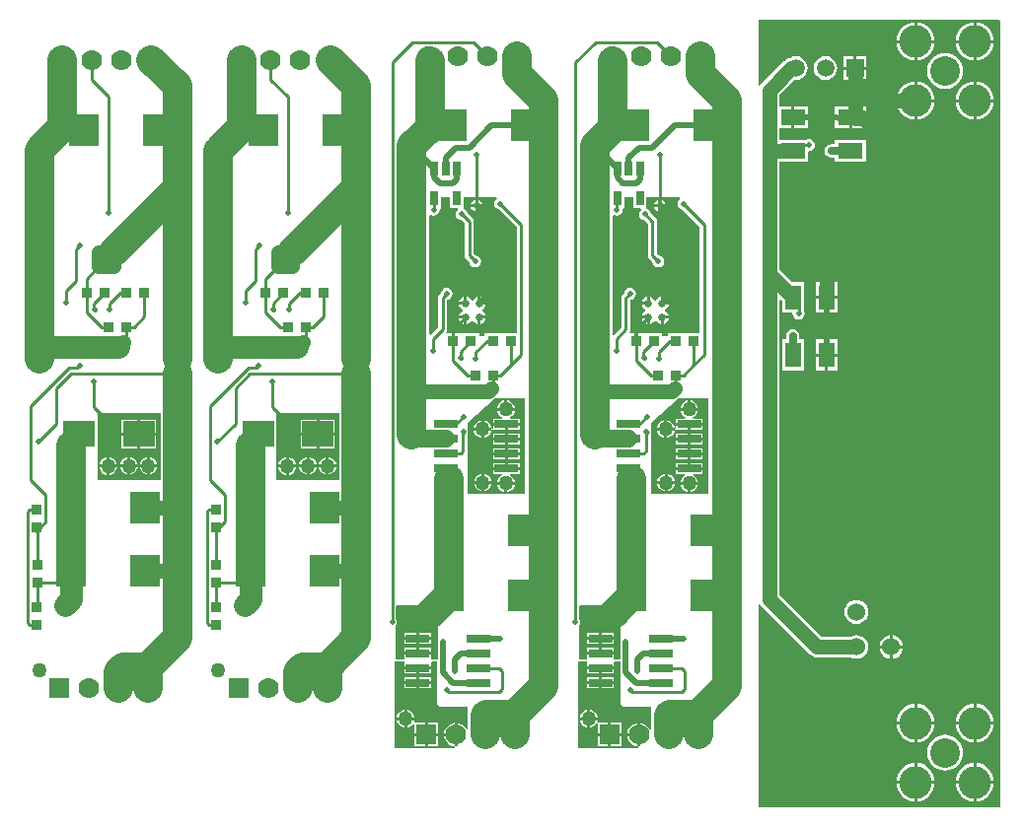
<source format=gbl>
%FSLAX24Y24*%
%MOIN*%
G70*
G01*
G75*
G04 Layer_Physical_Order=2*
G04 Layer_Color=16711680*
%ADD10R,0.0140X0.0400*%
%ADD11R,0.0450X0.0600*%
%ADD12R,0.0320X0.0360*%
%ADD13R,0.0394X0.1063*%
%ADD14R,0.0394X0.1063*%
%ADD15R,0.1004X0.1063*%
%ADD16R,0.0360X0.0320*%
%ADD17R,0.0260X0.0800*%
%ADD18O,0.0138X0.0669*%
%ADD19R,0.1063X0.1102*%
%ADD20C,0.1000*%
%ADD21C,0.0500*%
%ADD22C,0.0200*%
%ADD23C,0.0100*%
%ADD24C,0.0750*%
%ADD25R,0.0260X0.0500*%
%ADD26R,0.1063X0.0866*%
%ADD27C,0.0600*%
%ADD28R,0.0394X0.0394*%
%ADD29R,0.1028X0.0339*%
%ADD30R,0.0650X0.0701*%
%ADD31R,0.1402X0.1799*%
%ADD32R,0.0598X0.0598*%
%ADD33R,0.0385X0.0520*%
%ADD34R,0.0520X0.0385*%
%ADD35R,0.0846X0.0532*%
%ADD36R,0.0532X0.0846*%
%ADD37R,0.0400X0.0140*%
%ADD38R,0.0700X0.0700*%
%ADD39C,0.0700*%
%ADD40C,0.0200*%
%ADD41C,0.0280*%
%ADD42C,0.0500*%
%ADD43C,0.0260*%
%ADD44C,0.1000*%
%ADD45C,0.1100*%
%ADD46C,0.0600*%
%ADD47C,0.0591*%
%ADD48R,0.0591X0.0591*%
%ADD49C,0.0252*%
%ADD50C,0.1024*%
%ADD51R,0.0800X0.0260*%
%ADD52C,0.0400*%
%ADD53C,0.0250*%
G36*
X20100Y24080D02*
Y26330D01*
X22245D01*
Y24080D01*
X20100D01*
D02*
G37*
%LPC*%
G36*
X21120Y24600D02*
Y24846D01*
X21092Y24842D01*
X21019Y24812D01*
X20956Y24764D01*
X20908Y24701D01*
X20878Y24628D01*
X20874Y24600D01*
X21120D01*
D02*
G37*
G36*
Y24254D02*
Y24500D01*
X20874D01*
X20878Y24472D01*
X20908Y24399D01*
X20956Y24336D01*
X21019Y24288D01*
X21092Y24258D01*
X21120Y24254D01*
D02*
G37*
G36*
X21450Y25680D02*
Y26113D01*
X20919D01*
Y25680D01*
X21450D01*
D02*
G37*
G36*
X20766Y24490D02*
X20520D01*
Y24244D01*
X20548Y24248D01*
X20621Y24278D01*
X20684Y24326D01*
X20732Y24389D01*
X20762Y24462D01*
X20766Y24490D01*
D02*
G37*
G36*
X20420Y24590D02*
Y24836D01*
X20392Y24832D01*
X20319Y24802D01*
X20256Y24754D01*
X20208Y24691D01*
X20178Y24618D01*
X20174Y24590D01*
X20420D01*
D02*
G37*
G36*
Y24244D02*
Y24490D01*
X20174D01*
X20178Y24462D01*
X20208Y24389D01*
X20256Y24326D01*
X20319Y24278D01*
X20392Y24248D01*
X20420Y24244D01*
D02*
G37*
G36*
X20766Y24590D02*
X20762Y24618D01*
X20732Y24691D01*
X20684Y24754D01*
X20621Y24802D01*
X20548Y24832D01*
X20520Y24836D01*
Y24590D01*
X20766D01*
D02*
G37*
G36*
X21450Y25147D02*
Y25580D01*
X20919D01*
Y25147D01*
X21450D01*
D02*
G37*
G36*
X22081D02*
Y25580D01*
X21550D01*
Y25147D01*
X22081D01*
D02*
G37*
G36*
Y25680D02*
Y26113D01*
X21550D01*
Y25680D01*
X22081D01*
D02*
G37*
G36*
X22126Y24500D02*
X21880D01*
Y24254D01*
X21908Y24258D01*
X21981Y24288D01*
X22044Y24336D01*
X22092Y24399D01*
X22122Y24472D01*
X22126Y24500D01*
D02*
G37*
G36*
Y24600D02*
X22122Y24628D01*
X22092Y24701D01*
X22044Y24764D01*
X21981Y24812D01*
X21908Y24842D01*
X21880Y24846D01*
Y24600D01*
X22126D01*
D02*
G37*
G36*
X21466Y24500D02*
X21220D01*
Y24254D01*
X21248Y24258D01*
X21321Y24288D01*
X21384Y24336D01*
X21432Y24399D01*
X21462Y24472D01*
X21466Y24500D01*
D02*
G37*
G36*
Y24600D02*
X21462Y24628D01*
X21432Y24701D01*
X21384Y24764D01*
X21321Y24812D01*
X21248Y24842D01*
X21220Y24846D01*
Y24600D01*
X21466D01*
D02*
G37*
G36*
X21780Y24254D02*
Y24500D01*
X21534D01*
X21538Y24472D01*
X21568Y24399D01*
X21616Y24336D01*
X21679Y24288D01*
X21752Y24258D01*
X21780Y24254D01*
D02*
G37*
G36*
Y24600D02*
Y24846D01*
X21752Y24842D01*
X21679Y24812D01*
X21616Y24764D01*
X21568Y24701D01*
X21538Y24628D01*
X21534Y24600D01*
X21780D01*
D02*
G37*
%LPD*%
G36*
X28490Y23600D02*
X28490Y23600D01*
X28486Y23590D01*
X26590D01*
X26580Y23600D01*
Y26000D01*
X27500Y26850D01*
X28500D01*
Y23610D01*
X28490Y23600D01*
D02*
G37*
G36*
X25472Y18010D02*
X25320D01*
Y18010D01*
Y18030D01*
X25320Y18045D01*
X25320Y18045D01*
X25320D01*
Y18160D01*
X24870D01*
X24420D01*
Y18045D01*
X24385Y18010D01*
X24130D01*
Y19155D01*
X24161Y19201D01*
X24173Y19260D01*
X24161Y19319D01*
X24130Y19365D01*
Y19756D01*
X24169Y19841D01*
X25157D01*
X25167Y19792D01*
X25119Y19772D01*
X25056Y19724D01*
X25008Y19661D01*
X24978Y19588D01*
X24974Y19560D01*
X25270D01*
Y19510D01*
X25320D01*
Y19214D01*
X25348Y19218D01*
X25421Y19248D01*
X25484Y19296D01*
X25532Y19359D01*
X25550Y19355D01*
Y18010D01*
X25472D01*
D02*
G37*
G36*
X27740Y29020D02*
X27740Y29020D01*
X27700Y29020D01*
Y29020D01*
X27140D01*
Y28950D01*
X26950D01*
Y29020D01*
X26390D01*
X26390Y29020D01*
X26350Y29020D01*
Y29020D01*
X26120D01*
Y28760D01*
X26020D01*
Y29020D01*
X25860D01*
X25836Y29064D01*
X25861Y29101D01*
X25873Y29160D01*
Y30167D01*
X25875Y30169D01*
X25938Y30182D01*
X26004Y30226D01*
X26048Y30292D01*
X26064Y30370D01*
X26048Y30448D01*
X26004Y30514D01*
X25938Y30558D01*
X25860Y30574D01*
X25782Y30558D01*
X25716Y30514D01*
X25672Y30448D01*
X25659Y30385D01*
X25612Y30338D01*
X25579Y30289D01*
X25567Y30230D01*
Y29223D01*
X25319Y28975D01*
X25273Y28995D01*
Y33015D01*
X25317Y33038D01*
X25342Y33022D01*
X25420Y33006D01*
X25498Y33022D01*
X25564Y33066D01*
X25608Y33132D01*
X25624Y33210D01*
X25622Y33221D01*
X25653Y33260D01*
X25675D01*
Y33620D01*
X25965D01*
Y33260D01*
X26223D01*
X26238Y33212D01*
X26226Y33204D01*
X26182Y33138D01*
X26166Y33060D01*
X26182Y32982D01*
X26226Y32916D01*
X26292Y32872D01*
X26355Y32859D01*
X26467Y32747D01*
Y31660D01*
X26479Y31601D01*
X26512Y31552D01*
X26619Y31445D01*
X26632Y31382D01*
X26676Y31316D01*
X26742Y31272D01*
X26820Y31256D01*
X26898Y31272D01*
X26964Y31316D01*
X27008Y31382D01*
X27024Y31460D01*
X27008Y31538D01*
X26964Y31604D01*
X26898Y31648D01*
X26835Y31661D01*
X26773Y31723D01*
Y32810D01*
X26763Y32859D01*
X26761Y32869D01*
X26728Y32918D01*
X26571Y33075D01*
X26558Y33138D01*
X26514Y33204D01*
X26448Y33248D01*
X26424Y33253D01*
X26425Y33260D01*
X26425Y33260D01*
X26425Y33260D01*
Y33620D01*
X27538D01*
X27553Y33572D01*
X27526Y33554D01*
X27482Y33488D01*
X27466Y33410D01*
X27482Y33332D01*
X27526Y33266D01*
X27592Y33222D01*
X27655Y33209D01*
X28217Y32647D01*
Y29020D01*
X27740D01*
D02*
G37*
G36*
X26531Y15634D02*
X26519Y15662D01*
X26455Y15745D01*
X26372Y15809D01*
X26274Y15850D01*
X26220Y15857D01*
Y15063D01*
X26170Y15057D01*
X26145Y15060D01*
X26141Y15010D01*
X24110D01*
Y17930D01*
X24420D01*
Y17890D01*
X24420D01*
Y17760D01*
X24870D01*
X25320D01*
Y17890D01*
X25320D01*
Y17895D01*
X25355Y17930D01*
X25543D01*
Y16489D01*
X25564Y16464D01*
X25625Y16389D01*
X26580D01*
Y15644D01*
X26531Y15634D01*
D02*
G37*
%LPC*%
G36*
X25570Y15060D02*
Y15410D01*
X25220D01*
Y15060D01*
X25570D01*
D02*
G37*
G36*
X25320Y17260D02*
Y17390D01*
X24920D01*
Y17260D01*
X25320D01*
D02*
G37*
G36*
X25220Y19214D02*
Y19460D01*
X24974D01*
X24978Y19432D01*
X25008Y19359D01*
X25056Y19296D01*
X25119Y19248D01*
X25192Y19218D01*
X25220Y19214D01*
D02*
G37*
G36*
X25320Y17030D02*
Y17160D01*
X24920D01*
Y17030D01*
X25320D01*
D02*
G37*
G36*
X25570Y15510D02*
Y15860D01*
X25220D01*
Y15510D01*
X25570D01*
D02*
G37*
G36*
X26820Y33410D02*
Y33554D01*
X26792Y33548D01*
X26726Y33504D01*
X26682Y33438D01*
X26676Y33410D01*
X26820D01*
D02*
G37*
G36*
Y33166D02*
Y33310D01*
X26676D01*
X26682Y33282D01*
X26726Y33216D01*
X26792Y33172D01*
X26820Y33166D01*
D02*
G37*
G36*
X27020Y25840D02*
Y26086D01*
X26992Y26082D01*
X26919Y26052D01*
X26856Y26004D01*
X26808Y25941D01*
X26778Y25868D01*
X26774Y25840D01*
X27020D01*
D02*
G37*
G36*
X26434Y29349D02*
Y29524D01*
X26259D01*
X26267Y29484D01*
X26318Y29408D01*
X26394Y29357D01*
X26434Y29349D01*
D02*
G37*
G36*
X26120Y15510D02*
Y15857D01*
X26066Y15850D01*
X25968Y15809D01*
X25885Y15745D01*
X25821Y15662D01*
X25780Y15564D01*
X25773Y15510D01*
X26120D01*
D02*
G37*
G36*
Y15063D02*
Y15410D01*
X25773D01*
X25780Y15356D01*
X25821Y15258D01*
X25885Y15175D01*
X25968Y15111D01*
X26066Y15070D01*
X26120Y15063D01*
D02*
G37*
G36*
X26434Y30096D02*
Y30271D01*
X26394Y30263D01*
X26318Y30212D01*
X26267Y30136D01*
X26259Y30096D01*
X26434D01*
D02*
G37*
G36*
X25320Y17530D02*
Y17660D01*
X24920D01*
Y17530D01*
X25320D01*
D02*
G37*
G36*
X24820Y18260D02*
Y18390D01*
X24420D01*
Y18260D01*
X24820D01*
D02*
G37*
G36*
Y17530D02*
Y17660D01*
X24420D01*
Y17530D01*
X24820D01*
D02*
G37*
G36*
Y17260D02*
Y17390D01*
X24420D01*
Y17260D01*
X24820D01*
D02*
G37*
G36*
Y18530D02*
Y18660D01*
X24420D01*
Y18530D01*
X24820D01*
D02*
G37*
G36*
X24420Y16050D02*
Y16296D01*
X24392Y16292D01*
X24319Y16262D01*
X24256Y16214D01*
X24208Y16151D01*
X24178Y16078D01*
X24174Y16050D01*
X24420D01*
D02*
G37*
G36*
Y15704D02*
Y15950D01*
X24174D01*
X24178Y15922D01*
X24208Y15849D01*
X24256Y15786D01*
X24319Y15738D01*
X24392Y15708D01*
X24420Y15704D01*
D02*
G37*
G36*
X24820Y18760D02*
Y18890D01*
X24420D01*
Y18760D01*
X24820D01*
D02*
G37*
G36*
X25320D02*
Y18890D01*
X24920D01*
Y18760D01*
X25320D01*
D02*
G37*
G36*
Y18530D02*
Y18660D01*
X24920D01*
Y18530D01*
X25320D01*
D02*
G37*
G36*
Y18260D02*
Y18390D01*
X24920D01*
Y18260D01*
X25320D01*
D02*
G37*
G36*
X25120Y15510D02*
Y15860D01*
X24782D01*
D01*
X24776Y15868D01*
D01*
X24754Y15902D01*
X24762Y15922D01*
X24766Y15950D01*
X24520D01*
Y15704D01*
X24548Y15708D01*
X24621Y15738D01*
X24684Y15786D01*
X24723Y15836D01*
X24746Y15829D01*
D01*
X24768Y15821D01*
D01*
X24770Y15820D01*
Y15510D01*
X25120D01*
D02*
G37*
G36*
X24820Y17030D02*
Y17160D01*
X24420D01*
Y17030D01*
X24820D01*
D02*
G37*
G36*
X24766Y16050D02*
X24762Y16078D01*
X24732Y16151D01*
X24684Y16214D01*
X24621Y16262D01*
X24548Y16292D01*
X24520Y16296D01*
Y16050D01*
X24766D01*
D02*
G37*
G36*
X25120Y15060D02*
Y15410D01*
X24770D01*
Y15060D01*
X25120D01*
D02*
G37*
G36*
X28320Y24280D02*
Y24410D01*
X27870D01*
X27420D01*
Y24280D01*
X27720D01*
X27730Y24231D01*
X27709Y24222D01*
X27646Y24174D01*
X27598Y24111D01*
X27568Y24038D01*
X27564Y24010D01*
X27860D01*
X28156D01*
X28152Y24038D01*
X28122Y24111D01*
X28074Y24174D01*
X28011Y24222D01*
X27990Y24231D01*
X28000Y24280D01*
X28320D01*
D02*
G37*
G36*
X27810Y23664D02*
Y23910D01*
X27564D01*
X27568Y23882D01*
X27598Y23809D01*
X27646Y23746D01*
X27709Y23698D01*
X27782Y23668D01*
X27810Y23664D01*
D02*
G37*
G36*
X28156Y26510D02*
X28152Y26538D01*
X28122Y26611D01*
X28074Y26674D01*
X28011Y26722D01*
X27938Y26752D01*
X27910Y26756D01*
Y26510D01*
X28156D01*
D02*
G37*
G36*
X27810D02*
Y26756D01*
X27782Y26752D01*
X27709Y26722D01*
X27646Y26674D01*
X27598Y26611D01*
X27568Y26538D01*
X27564Y26510D01*
X27810D01*
D02*
G37*
G36*
X27820Y25010D02*
Y25140D01*
X27420D01*
Y25010D01*
X27820D01*
D02*
G37*
G36*
Y24780D02*
Y24910D01*
X27420D01*
Y24780D01*
X27820D01*
D02*
G37*
G36*
Y24510D02*
Y24640D01*
X27420D01*
Y24510D01*
X27820D01*
D02*
G37*
G36*
X28156Y23910D02*
X27910D01*
Y23664D01*
X27938Y23668D01*
X28011Y23698D01*
X28074Y23746D01*
X28122Y23809D01*
X28152Y23882D01*
X28156Y23910D01*
D02*
G37*
G36*
X28320Y24780D02*
Y24910D01*
X27920D01*
Y24780D01*
X28320D01*
D02*
G37*
G36*
Y24510D02*
Y24640D01*
X27920D01*
Y24510D01*
X28320D01*
D02*
G37*
G36*
Y26010D02*
Y26140D01*
X28000D01*
X27990Y26189D01*
X28011Y26198D01*
X28074Y26246D01*
X28122Y26309D01*
X28152Y26382D01*
X28156Y26410D01*
X27860D01*
X27564D01*
X27568Y26382D01*
X27598Y26309D01*
X27646Y26246D01*
X27709Y26198D01*
X27730Y26189D01*
X27720Y26140D01*
X27420D01*
Y26010D01*
X27870D01*
X28320D01*
D02*
G37*
G36*
Y25010D02*
Y25140D01*
X27920D01*
Y25010D01*
X28320D01*
D02*
G37*
G36*
Y25780D02*
Y25910D01*
X27920D01*
Y25780D01*
X28320D01*
D02*
G37*
G36*
Y25510D02*
Y25640D01*
X27920D01*
Y25510D01*
X28320D01*
D02*
G37*
G36*
Y25280D02*
Y25410D01*
X27920D01*
Y25280D01*
X28320D01*
D02*
G37*
G36*
X27064Y33310D02*
X26920D01*
Y33166D01*
X26948Y33172D01*
X27014Y33216D01*
X27058Y33282D01*
X27064Y33310D01*
D02*
G37*
G36*
X27181Y30096D02*
X27173Y30136D01*
X27122Y30212D01*
X27046Y30263D01*
X27006Y30271D01*
Y30096D01*
X27181D01*
D02*
G37*
G36*
Y29524D02*
X27006D01*
Y29349D01*
X27046Y29357D01*
X27122Y29408D01*
X27173Y29484D01*
X27181Y29524D01*
D02*
G37*
G36*
X27064Y33410D02*
X27058Y33438D01*
X27014Y33504D01*
X26948Y33548D01*
X26920Y33554D01*
Y33410D01*
X27064D01*
D02*
G37*
G36*
X27020Y25494D02*
Y25740D01*
X26774D01*
X26778Y25712D01*
X26808Y25639D01*
X26856Y25576D01*
X26919Y25528D01*
X26992Y25498D01*
X27020Y25494D01*
D02*
G37*
G36*
X27030Y24030D02*
Y24276D01*
X27002Y24272D01*
X26929Y24242D01*
X26866Y24194D01*
X26818Y24131D01*
X26788Y24058D01*
X26784Y24030D01*
X27030D01*
D02*
G37*
G36*
Y23684D02*
Y23930D01*
X26784D01*
X26788Y23902D01*
X26818Y23829D01*
X26866Y23766D01*
X26929Y23718D01*
X27002Y23688D01*
X27030Y23684D01*
D02*
G37*
G36*
X27181Y29624D02*
X27173Y29663D01*
X27122Y29740D01*
X27054Y29785D01*
Y29835D01*
X27122Y29880D01*
X27173Y29957D01*
X27181Y29996D01*
X26956D01*
Y30046D01*
X26906D01*
Y30271D01*
X26867Y30263D01*
X26790Y30212D01*
X26745Y30144D01*
X26695D01*
X26650Y30212D01*
X26573Y30263D01*
X26534Y30271D01*
Y30046D01*
X26484D01*
Y29996D01*
X26259D01*
X26267Y29957D01*
X26318Y29880D01*
X26386Y29835D01*
Y29785D01*
X26318Y29740D01*
X26267Y29663D01*
X26259Y29624D01*
X26484D01*
Y29574D01*
X26534D01*
Y29349D01*
X26573Y29357D01*
X26650Y29408D01*
X26695Y29476D01*
X26745D01*
X26790Y29408D01*
X26867Y29357D01*
X26906Y29349D01*
Y29574D01*
X26956D01*
Y29624D01*
X27181D01*
D02*
G37*
G36*
X27820Y25780D02*
Y25910D01*
X27420D01*
Y25812D01*
X27418Y25812D01*
D01*
D01*
D01*
X27370Y25809D01*
X27373Y25790D01*
X27371Y25780D01*
X27420D01*
Y25780D01*
X27422D01*
Y25780D01*
X27820D01*
D02*
G37*
G36*
Y25510D02*
Y25640D01*
X27420D01*
Y25510D01*
X27820D01*
D02*
G37*
G36*
Y25280D02*
Y25410D01*
X27420D01*
Y25280D01*
X27820D01*
D02*
G37*
G36*
X27376Y23930D02*
X27130D01*
Y23684D01*
X27158Y23688D01*
X27231Y23718D01*
X27294Y23766D01*
X27342Y23829D01*
X27372Y23902D01*
X27376Y23930D01*
D02*
G37*
G36*
X27366Y25840D02*
X27362Y25868D01*
X27332Y25941D01*
X27284Y26004D01*
X27221Y26052D01*
X27148Y26082D01*
X27120Y26086D01*
Y25840D01*
X27366D01*
D02*
G37*
G36*
Y25740D02*
X27120D01*
Y25494D01*
X27148Y25498D01*
X27221Y25528D01*
X27284Y25576D01*
X27332Y25639D01*
X27362Y25712D01*
X27366Y25740D01*
D02*
G37*
G36*
X27376Y24030D02*
X27372Y24058D01*
X27342Y24131D01*
X27294Y24194D01*
X27231Y24242D01*
X27158Y24272D01*
X27130Y24276D01*
Y24030D01*
X27376D01*
D02*
G37*
%LPD*%
G36*
X44535Y39650D02*
X44554Y39604D01*
X44550Y39600D01*
Y13000D01*
X36400D01*
Y19853D01*
X36447Y19869D01*
X36500Y19800D01*
X38127Y18174D01*
X38200Y18118D01*
X38285Y18082D01*
X38377Y18070D01*
X39507D01*
X39596Y18034D01*
X39700Y18020D01*
X39804Y18034D01*
X39902Y18074D01*
X39985Y18138D01*
X40049Y18221D01*
X40090Y18319D01*
X40103Y18423D01*
X40090Y18528D01*
X40049Y18625D01*
X39985Y18709D01*
X39902Y18773D01*
X39804Y18813D01*
X39700Y18827D01*
X39596Y18813D01*
X39507Y18776D01*
X38523D01*
X37103Y20196D01*
Y30132D01*
X37149Y30152D01*
X37184Y30117D01*
Y29727D01*
X37524D01*
X37546Y29700D01*
X37562Y29622D01*
X37606Y29556D01*
X37672Y29512D01*
X37750Y29496D01*
X37828Y29512D01*
X37894Y29556D01*
X37938Y29622D01*
X37954Y29700D01*
X37938Y29778D01*
X37916Y29812D01*
Y30773D01*
X37526D01*
X37103Y31196D01*
Y34834D01*
X38073D01*
Y35174D01*
X38100Y35196D01*
X38178Y35212D01*
X38244Y35256D01*
X38288Y35322D01*
X38304Y35400D01*
X38288Y35478D01*
X38244Y35544D01*
X38178Y35588D01*
X38100Y35604D01*
X38022Y35588D01*
X37988Y35566D01*
X37103D01*
Y35976D01*
X37500D01*
Y36707D01*
X37103D01*
Y37104D01*
X37606Y37607D01*
X37650Y37601D01*
X37753Y37615D01*
X37849Y37655D01*
X37932Y37718D01*
X37995Y37801D01*
X38035Y37897D01*
X38049Y38000D01*
X38035Y38103D01*
X37995Y38199D01*
X37932Y38282D01*
X37849Y38345D01*
X37753Y38385D01*
X37650Y38399D01*
X37547Y38385D01*
X37455Y38347D01*
X37409Y38341D01*
X37323Y38306D01*
X37250Y38250D01*
X36500Y37500D01*
X36444Y37427D01*
X36410Y37343D01*
X36410D01*
Y37343D01*
X36409Y37341D01*
X36409D01*
X36400Y37342D01*
Y39650D01*
X44535D01*
D02*
G37*
%LPC*%
G36*
X41750Y14498D02*
Y13900D01*
X42348D01*
X42341Y13977D01*
X42303Y14100D01*
X42243Y14213D01*
X42162Y14312D01*
X42063Y14393D01*
X41950Y14453D01*
X41827Y14491D01*
X41750Y14498D01*
D02*
G37*
G36*
Y15800D02*
Y15202D01*
X41827Y15209D01*
X41950Y15247D01*
X42063Y15307D01*
X42162Y15388D01*
X42243Y15487D01*
X42303Y15600D01*
X42341Y15723D01*
X42348Y15800D01*
X41750D01*
D02*
G37*
G36*
Y16498D02*
Y15900D01*
X42348D01*
X42341Y15977D01*
X42303Y16100D01*
X42243Y16213D01*
X42162Y16312D01*
X42063Y16393D01*
X41950Y16453D01*
X41827Y16491D01*
X41750Y16498D01*
D02*
G37*
G36*
Y13800D02*
Y13202D01*
X41827Y13209D01*
X41950Y13247D01*
X42063Y13307D01*
X42162Y13388D01*
X42243Y13487D01*
X42303Y13600D01*
X42341Y13723D01*
X42348Y13800D01*
X41750D01*
D02*
G37*
G36*
X43052Y38950D02*
X43650D01*
Y39548D01*
X43573Y39541D01*
X43450Y39503D01*
X43337Y39443D01*
X43238Y39362D01*
X43157Y39263D01*
X43097Y39150D01*
X43059Y39027D01*
X43052Y38950D01*
D02*
G37*
G36*
X42097Y14850D02*
X42109Y14732D01*
X42143Y14619D01*
X42199Y14515D01*
X42274Y14424D01*
X42365Y14349D01*
X42469Y14293D01*
X42582Y14259D01*
X42700Y14247D01*
X42818Y14259D01*
X42931Y14293D01*
X43035Y14349D01*
X43126Y14424D01*
X43201Y14515D01*
X43257Y14619D01*
X43291Y14732D01*
X43303Y14850D01*
X43291Y14968D01*
X43257Y15081D01*
X43201Y15185D01*
X43126Y15276D01*
X43035Y15351D01*
X42931Y15407D01*
X42818Y15441D01*
X42700Y15453D01*
X42582Y15441D01*
X42469Y15407D01*
X42365Y15351D01*
X42274Y15276D01*
X42199Y15185D01*
X42143Y15081D01*
X42109Y14968D01*
X42097Y14850D01*
D02*
G37*
G36*
Y37900D02*
X42109Y37782D01*
X42143Y37669D01*
X42199Y37565D01*
X42274Y37474D01*
X42365Y37399D01*
X42469Y37343D01*
X42582Y37309D01*
X42700Y37297D01*
X42818Y37309D01*
X42931Y37343D01*
X43035Y37399D01*
X43126Y37474D01*
X43201Y37565D01*
X43257Y37669D01*
X43291Y37782D01*
X43303Y37900D01*
X43291Y38018D01*
X43257Y38131D01*
X43201Y38235D01*
X43126Y38326D01*
X43035Y38401D01*
X42931Y38457D01*
X42818Y38491D01*
X42700Y38503D01*
X42582Y38491D01*
X42469Y38457D01*
X42365Y38401D01*
X42274Y38326D01*
X42199Y38235D01*
X42143Y38131D01*
X42109Y38018D01*
X42097Y37900D01*
D02*
G37*
G36*
X41750Y36850D02*
Y36252D01*
X41827Y36259D01*
X41950Y36297D01*
X42063Y36357D01*
X42162Y36438D01*
X42243Y36537D01*
X42303Y36650D01*
X42341Y36773D01*
X42348Y36850D01*
X41750D01*
D02*
G37*
G36*
X41052Y13900D02*
X41650D01*
Y14498D01*
X41573Y14491D01*
X41450Y14453D01*
X41337Y14393D01*
X41238Y14312D01*
X41157Y14213D01*
X41097Y14100D01*
X41059Y13977D01*
X41052Y13900D01*
D02*
G37*
G36*
Y15800D02*
X41059Y15723D01*
X41097Y15600D01*
X41157Y15487D01*
X41238Y15388D01*
X41337Y15307D01*
X41450Y15247D01*
X41573Y15209D01*
X41650Y15202D01*
Y15800D01*
X41052D01*
D02*
G37*
G36*
Y15900D02*
X41650D01*
Y16498D01*
X41573Y16491D01*
X41450Y16453D01*
X41337Y16393D01*
X41238Y16312D01*
X41157Y16213D01*
X41097Y16100D01*
X41059Y15977D01*
X41052Y15900D01*
D02*
G37*
G36*
Y13800D02*
X41059Y13723D01*
X41097Y13600D01*
X41157Y13487D01*
X41238Y13388D01*
X41337Y13307D01*
X41450Y13247D01*
X41573Y13209D01*
X41650Y13202D01*
Y13800D01*
X41052D01*
D02*
G37*
G36*
X41750Y37548D02*
Y36950D01*
X42348D01*
X42341Y37027D01*
X42303Y37150D01*
X42243Y37263D01*
X42162Y37362D01*
X42063Y37443D01*
X41950Y37503D01*
X41827Y37541D01*
X41750Y37548D01*
D02*
G37*
G36*
Y38850D02*
Y38252D01*
X41827Y38259D01*
X41950Y38297D01*
X42063Y38357D01*
X42162Y38438D01*
X42243Y38537D01*
X42303Y38650D01*
X42341Y38773D01*
X42348Y38850D01*
X41750D01*
D02*
G37*
G36*
Y39548D02*
Y38950D01*
X42348D01*
X42341Y39027D01*
X42303Y39150D01*
X42243Y39263D01*
X42162Y39362D01*
X42063Y39443D01*
X41950Y39503D01*
X41827Y39541D01*
X41750Y39548D01*
D02*
G37*
G36*
X43750Y36850D02*
Y36252D01*
X43827Y36259D01*
X43950Y36297D01*
X44063Y36357D01*
X44162Y36438D01*
X44243Y36537D01*
X44303Y36650D01*
X44341Y36773D01*
X44348Y36850D01*
X43750D01*
D02*
G37*
G36*
Y37548D02*
Y36950D01*
X44348D01*
X44341Y37027D01*
X44303Y37150D01*
X44243Y37263D01*
X44162Y37362D01*
X44063Y37443D01*
X43950Y37503D01*
X43827Y37541D01*
X43750Y37548D01*
D02*
G37*
G36*
Y38850D02*
Y38252D01*
X43827Y38259D01*
X43950Y38297D01*
X44063Y38357D01*
X44162Y38438D01*
X44243Y38537D01*
X44303Y38650D01*
X44341Y38773D01*
X44348Y38850D01*
X43750D01*
D02*
G37*
G36*
Y16498D02*
Y15900D01*
X44348D01*
X44341Y15977D01*
X44303Y16100D01*
X44243Y16213D01*
X44162Y16312D01*
X44063Y16393D01*
X43950Y16453D01*
X43827Y16491D01*
X43750Y16498D01*
D02*
G37*
G36*
Y13800D02*
Y13202D01*
X43827Y13209D01*
X43950Y13247D01*
X44063Y13307D01*
X44162Y13388D01*
X44243Y13487D01*
X44303Y13600D01*
X44341Y13723D01*
X44348Y13800D01*
X43750D01*
D02*
G37*
G36*
Y14498D02*
Y13900D01*
X44348D01*
X44341Y13977D01*
X44303Y14100D01*
X44243Y14213D01*
X44162Y14312D01*
X44063Y14393D01*
X43950Y14453D01*
X43827Y14491D01*
X43750Y14498D01*
D02*
G37*
G36*
Y15800D02*
Y15202D01*
X43827Y15209D01*
X43950Y15247D01*
X44063Y15307D01*
X44162Y15388D01*
X44243Y15487D01*
X44303Y15600D01*
X44341Y15723D01*
X44348Y15800D01*
X43750D01*
D02*
G37*
G36*
Y39548D02*
Y38950D01*
X44348D01*
X44341Y39027D01*
X44303Y39150D01*
X44243Y39263D01*
X44162Y39362D01*
X44063Y39443D01*
X43950Y39503D01*
X43827Y39541D01*
X43750Y39548D01*
D02*
G37*
G36*
X43052Y36850D02*
X43059Y36773D01*
X43097Y36650D01*
X43157Y36537D01*
X43238Y36438D01*
X43337Y36357D01*
X43450Y36297D01*
X43573Y36259D01*
X43650Y36252D01*
Y36850D01*
X43052D01*
D02*
G37*
G36*
Y36950D02*
X43650D01*
Y37548D01*
X43573Y37541D01*
X43450Y37503D01*
X43337Y37443D01*
X43238Y37362D01*
X43157Y37263D01*
X43097Y37150D01*
X43059Y37027D01*
X43052Y36950D01*
D02*
G37*
G36*
Y38850D02*
X43059Y38773D01*
X43097Y38650D01*
X43157Y38537D01*
X43238Y38438D01*
X43337Y38357D01*
X43450Y38297D01*
X43573Y38259D01*
X43650Y38252D01*
Y38850D01*
X43052D01*
D02*
G37*
G36*
Y15900D02*
X43650D01*
Y16498D01*
X43573Y16491D01*
X43450Y16453D01*
X43337Y16393D01*
X43238Y16312D01*
X43157Y16213D01*
X43097Y16100D01*
X43059Y15977D01*
X43052Y15900D01*
D02*
G37*
G36*
Y13800D02*
X43059Y13723D01*
X43097Y13600D01*
X43157Y13487D01*
X43238Y13388D01*
X43337Y13307D01*
X43450Y13247D01*
X43573Y13209D01*
X43650Y13202D01*
Y13800D01*
X43052D01*
D02*
G37*
G36*
Y13900D02*
X43650D01*
Y14498D01*
X43573Y14491D01*
X43450Y14453D01*
X43337Y14393D01*
X43238Y14312D01*
X43157Y14213D01*
X43097Y14100D01*
X43059Y13977D01*
X43052Y13900D01*
D02*
G37*
G36*
Y15800D02*
X43059Y15723D01*
X43097Y15600D01*
X43157Y15487D01*
X43238Y15388D01*
X43337Y15307D01*
X43450Y15247D01*
X43573Y15209D01*
X43650Y15202D01*
Y15800D01*
X43052D01*
D02*
G37*
G36*
X38742Y28823D02*
Y28350D01*
X39057D01*
Y28823D01*
X38742D01*
D02*
G37*
G36*
Y30200D02*
Y29727D01*
X39057D01*
Y30200D01*
X38742D01*
D02*
G37*
G36*
Y30773D02*
Y30300D01*
X39057D01*
Y30773D01*
X38742D01*
D02*
G37*
G36*
Y28250D02*
Y27777D01*
X39057D01*
Y28250D01*
X38742D01*
D02*
G37*
G36*
X39255Y38395D02*
Y38050D01*
X39600D01*
Y38395D01*
X39255D01*
D02*
G37*
G36*
X38977Y36292D02*
Y35976D01*
X39450D01*
Y36292D01*
X38977D01*
D02*
G37*
G36*
Y36707D02*
Y36392D01*
X39450D01*
Y36707D01*
X38977D01*
D02*
G37*
G36*
X38251Y38000D02*
X38265Y37897D01*
X38305Y37801D01*
X38368Y37718D01*
X38451Y37655D01*
X38547Y37615D01*
X38650Y37601D01*
X38753Y37615D01*
X38849Y37655D01*
X38932Y37718D01*
X38995Y37801D01*
X39035Y37897D01*
X39049Y38000D01*
X39035Y38103D01*
X38995Y38199D01*
X38932Y38282D01*
X38849Y38345D01*
X38753Y38385D01*
X38650Y38399D01*
X38547Y38385D01*
X38451Y38345D01*
X38368Y38282D01*
X38305Y38199D01*
X38265Y38103D01*
X38251Y38000D01*
D02*
G37*
G36*
X37600Y36292D02*
Y35976D01*
X38073D01*
Y36292D01*
X37600D01*
D02*
G37*
G36*
Y36707D02*
Y36392D01*
X38073D01*
Y36707D01*
X37600D01*
D02*
G37*
G36*
X37184Y28823D02*
Y27777D01*
X37916D01*
Y28823D01*
X37779D01*
Y28950D01*
X37762Y29038D01*
X37712Y29112D01*
X37638Y29162D01*
X37550Y29179D01*
X37462Y29162D01*
X37388Y29112D01*
X37338Y29038D01*
X37321Y28950D01*
Y28823D01*
X37184D01*
D02*
G37*
G36*
X38326Y30773D02*
Y30300D01*
X38642D01*
Y30773D01*
X38326D01*
D02*
G37*
G36*
Y28250D02*
Y27777D01*
X38642D01*
Y28250D01*
X38326D01*
D02*
G37*
G36*
Y28823D02*
Y28350D01*
X38642D01*
Y28823D01*
X38326D01*
D02*
G37*
G36*
Y30200D02*
Y29727D01*
X38642D01*
Y30200D01*
X38326D01*
D02*
G37*
G36*
X40931Y18373D02*
Y18026D01*
X40986Y18034D01*
X41083Y18074D01*
X41166Y18138D01*
X41231Y18221D01*
X41271Y18319D01*
X41278Y18373D01*
X40931D01*
D02*
G37*
G36*
Y18820D02*
Y18473D01*
X41278D01*
X41271Y18528D01*
X41231Y18625D01*
X41166Y18709D01*
X41083Y18773D01*
X40986Y18813D01*
X40931Y18820D01*
D02*
G37*
G36*
X40484Y18373D02*
X40491Y18319D01*
X40532Y18221D01*
X40596Y18138D01*
X40679Y18074D01*
X40777Y18034D01*
X40831Y18026D01*
Y18373D01*
X40484D01*
D02*
G37*
G36*
X41052Y38950D02*
X41650D01*
Y39548D01*
X41573Y39541D01*
X41450Y39503D01*
X41337Y39443D01*
X41238Y39362D01*
X41157Y39263D01*
X41097Y39150D01*
X41059Y39027D01*
X41052Y38950D01*
D02*
G37*
G36*
Y36850D02*
X41059Y36773D01*
X41097Y36650D01*
X41157Y36537D01*
X41238Y36438D01*
X41337Y36357D01*
X41450Y36297D01*
X41573Y36259D01*
X41650Y36252D01*
Y36850D01*
X41052D01*
D02*
G37*
G36*
Y36950D02*
X41650D01*
Y37548D01*
X41573Y37541D01*
X41450Y37503D01*
X41337Y37443D01*
X41238Y37362D01*
X41157Y37263D01*
X41097Y37150D01*
X41059Y37027D01*
X41052Y36950D01*
D02*
G37*
G36*
Y38850D02*
X41059Y38773D01*
X41097Y38650D01*
X41157Y38537D01*
X41238Y38438D01*
X41337Y38357D01*
X41450Y38297D01*
X41573Y38259D01*
X41650Y38252D01*
Y38850D01*
X41052D01*
D02*
G37*
G36*
X40484Y18473D02*
X40831D01*
Y18820D01*
X40777Y18813D01*
X40679Y18773D01*
X40596Y18709D01*
X40532Y18625D01*
X40491Y18528D01*
X40484Y18473D01*
D02*
G37*
G36*
X39550Y36292D02*
Y35976D01*
X40023D01*
Y36292D01*
X39550D01*
D02*
G37*
G36*
Y36707D02*
Y36392D01*
X40023D01*
Y36707D01*
X39550D01*
D02*
G37*
G36*
X39255Y37950D02*
Y37605D01*
X39600D01*
Y37950D01*
X39255D01*
D02*
G37*
G36*
X38621Y35200D02*
X38638Y35112D01*
X38688Y35038D01*
X38762Y34988D01*
X38850Y34971D01*
X38977D01*
Y34834D01*
X40023D01*
Y35566D01*
X38977D01*
Y35429D01*
X38850D01*
X38762Y35412D01*
X38688Y35362D01*
X38638Y35288D01*
X38621Y35200D01*
D02*
G37*
G36*
X39297Y19604D02*
X39310Y19500D01*
X39351Y19403D01*
X39415Y19319D01*
X39498Y19255D01*
X39596Y19215D01*
X39700Y19201D01*
X39804Y19215D01*
X39902Y19255D01*
X39985Y19319D01*
X40049Y19403D01*
X40090Y19500D01*
X40103Y19604D01*
X40090Y19709D01*
X40049Y19806D01*
X39985Y19890D01*
X39902Y19954D01*
X39804Y19994D01*
X39700Y20008D01*
X39596Y19994D01*
X39498Y19954D01*
X39415Y19890D01*
X39351Y19806D01*
X39310Y19709D01*
X39297Y19604D01*
D02*
G37*
G36*
X39700Y37950D02*
Y37605D01*
X40045D01*
Y37950D01*
X39700D01*
D02*
G37*
G36*
Y38395D02*
Y38050D01*
X40045D01*
Y38395D01*
X39700D01*
D02*
G37*
%LPD*%
G36*
X34680Y23600D02*
X34680Y23600D01*
X34676Y23590D01*
X32780D01*
X32770Y23600D01*
Y26000D01*
X33690Y26850D01*
X34690D01*
Y23610D01*
X34680Y23600D01*
D02*
G37*
G36*
X31662Y18010D02*
X31510D01*
Y18010D01*
Y18030D01*
X31510Y18045D01*
X31510Y18045D01*
X31510D01*
Y18160D01*
X31060D01*
X30610D01*
Y18045D01*
X30575Y18010D01*
X30320D01*
Y19155D01*
X30351Y19201D01*
X30363Y19260D01*
X30351Y19319D01*
X30320Y19365D01*
Y19756D01*
X30359Y19841D01*
X31347D01*
X31357Y19792D01*
X31309Y19772D01*
X31246Y19724D01*
X31198Y19661D01*
X31168Y19588D01*
X31164Y19560D01*
X31460D01*
Y19510D01*
X31510D01*
Y19214D01*
X31538Y19218D01*
X31611Y19248D01*
X31674Y19296D01*
X31722Y19359D01*
X31740Y19355D01*
Y18010D01*
X31662D01*
D02*
G37*
G36*
X33930Y29020D02*
X33930Y29020D01*
X33890Y29020D01*
Y29020D01*
X33330D01*
Y28950D01*
X33140D01*
Y29020D01*
X32580D01*
X32580Y29020D01*
X32540Y29020D01*
Y29020D01*
X32310D01*
Y28760D01*
X32210D01*
Y29020D01*
X32050D01*
X32026Y29064D01*
X32051Y29101D01*
X32063Y29160D01*
Y30167D01*
X32065Y30169D01*
X32128Y30182D01*
X32194Y30226D01*
X32238Y30292D01*
X32254Y30370D01*
X32238Y30448D01*
X32194Y30514D01*
X32128Y30558D01*
X32050Y30574D01*
X31972Y30558D01*
X31906Y30514D01*
X31862Y30448D01*
X31849Y30385D01*
X31802Y30338D01*
X31769Y30289D01*
X31757Y30230D01*
Y29223D01*
X31509Y28975D01*
X31463Y28995D01*
Y33015D01*
X31507Y33038D01*
X31532Y33022D01*
X31610Y33006D01*
X31688Y33022D01*
X31754Y33066D01*
X31798Y33132D01*
X31814Y33210D01*
X31812Y33221D01*
X31843Y33260D01*
X31865D01*
Y33620D01*
X32155D01*
Y33260D01*
X32413D01*
X32428Y33212D01*
X32416Y33204D01*
X32372Y33138D01*
X32356Y33060D01*
X32372Y32982D01*
X32416Y32916D01*
X32482Y32872D01*
X32545Y32859D01*
X32657Y32747D01*
Y31660D01*
X32669Y31601D01*
X32702Y31552D01*
X32809Y31445D01*
X32822Y31382D01*
X32866Y31316D01*
X32932Y31272D01*
X33010Y31256D01*
X33088Y31272D01*
X33154Y31316D01*
X33198Y31382D01*
X33214Y31460D01*
X33198Y31538D01*
X33154Y31604D01*
X33088Y31648D01*
X33025Y31661D01*
X32963Y31723D01*
Y32810D01*
X32953Y32859D01*
X32951Y32869D01*
X32918Y32918D01*
X32761Y33075D01*
X32748Y33138D01*
X32704Y33204D01*
X32638Y33248D01*
X32614Y33253D01*
X32615Y33260D01*
X32615Y33260D01*
X32615Y33260D01*
Y33620D01*
X33728D01*
X33743Y33572D01*
X33716Y33554D01*
X33672Y33488D01*
X33656Y33410D01*
X33672Y33332D01*
X33716Y33266D01*
X33782Y33222D01*
X33845Y33209D01*
X34407Y32647D01*
Y29020D01*
X33930D01*
D02*
G37*
G36*
X32721Y15634D02*
X32709Y15662D01*
X32645Y15745D01*
X32562Y15809D01*
X32464Y15850D01*
X32410Y15857D01*
Y15063D01*
X32360Y15057D01*
X32335Y15060D01*
X32331Y15010D01*
X30300D01*
Y17930D01*
X30610D01*
Y17890D01*
X30610D01*
Y17760D01*
X31060D01*
X31510D01*
Y17890D01*
X31510D01*
Y17895D01*
X31545Y17930D01*
X31733D01*
Y16489D01*
X31754Y16464D01*
X31815Y16389D01*
X32770D01*
Y15644D01*
X32721Y15634D01*
D02*
G37*
%LPC*%
G36*
X31760Y15060D02*
Y15410D01*
X31410D01*
Y15060D01*
X31760D01*
D02*
G37*
G36*
X31510Y17260D02*
Y17390D01*
X31110D01*
Y17260D01*
X31510D01*
D02*
G37*
G36*
X31410Y19214D02*
Y19460D01*
X31164D01*
X31168Y19432D01*
X31198Y19359D01*
X31246Y19296D01*
X31309Y19248D01*
X31382Y19218D01*
X31410Y19214D01*
D02*
G37*
G36*
X31510Y17030D02*
Y17160D01*
X31110D01*
Y17030D01*
X31510D01*
D02*
G37*
G36*
X31760Y15510D02*
Y15860D01*
X31410D01*
Y15510D01*
X31760D01*
D02*
G37*
G36*
X33010Y33410D02*
Y33554D01*
X32982Y33548D01*
X32916Y33504D01*
X32872Y33438D01*
X32866Y33410D01*
X33010D01*
D02*
G37*
G36*
Y33166D02*
Y33310D01*
X32866D01*
X32872Y33282D01*
X32916Y33216D01*
X32982Y33172D01*
X33010Y33166D01*
D02*
G37*
G36*
X33210Y25840D02*
Y26086D01*
X33182Y26082D01*
X33109Y26052D01*
X33046Y26004D01*
X32998Y25941D01*
X32968Y25868D01*
X32964Y25840D01*
X33210D01*
D02*
G37*
G36*
X32624Y29349D02*
Y29524D01*
X32449D01*
X32457Y29484D01*
X32508Y29408D01*
X32584Y29357D01*
X32624Y29349D01*
D02*
G37*
G36*
X32310Y15510D02*
Y15857D01*
X32256Y15850D01*
X32158Y15809D01*
X32075Y15745D01*
X32011Y15662D01*
X31970Y15564D01*
X31963Y15510D01*
X32310D01*
D02*
G37*
G36*
Y15063D02*
Y15410D01*
X31963D01*
X31970Y15356D01*
X32011Y15258D01*
X32075Y15175D01*
X32158Y15111D01*
X32256Y15070D01*
X32310Y15063D01*
D02*
G37*
G36*
X32624Y30096D02*
Y30271D01*
X32584Y30263D01*
X32508Y30212D01*
X32457Y30136D01*
X32449Y30096D01*
X32624D01*
D02*
G37*
G36*
X31510Y17530D02*
Y17660D01*
X31110D01*
Y17530D01*
X31510D01*
D02*
G37*
G36*
X31010Y18260D02*
Y18390D01*
X30610D01*
Y18260D01*
X31010D01*
D02*
G37*
G36*
Y17530D02*
Y17660D01*
X30610D01*
Y17530D01*
X31010D01*
D02*
G37*
G36*
Y17260D02*
Y17390D01*
X30610D01*
Y17260D01*
X31010D01*
D02*
G37*
G36*
Y18530D02*
Y18660D01*
X30610D01*
Y18530D01*
X31010D01*
D02*
G37*
G36*
X30610Y16050D02*
Y16296D01*
X30582Y16292D01*
X30509Y16262D01*
X30446Y16214D01*
X30398Y16151D01*
X30368Y16078D01*
X30364Y16050D01*
X30610D01*
D02*
G37*
G36*
Y15704D02*
Y15950D01*
X30364D01*
X30368Y15922D01*
X30398Y15849D01*
X30446Y15786D01*
X30509Y15738D01*
X30582Y15708D01*
X30610Y15704D01*
D02*
G37*
G36*
X31010Y18760D02*
Y18890D01*
X30610D01*
Y18760D01*
X31010D01*
D02*
G37*
G36*
X31510D02*
Y18890D01*
X31110D01*
Y18760D01*
X31510D01*
D02*
G37*
G36*
Y18530D02*
Y18660D01*
X31110D01*
Y18530D01*
X31510D01*
D02*
G37*
G36*
Y18260D02*
Y18390D01*
X31110D01*
Y18260D01*
X31510D01*
D02*
G37*
G36*
X31310Y15510D02*
Y15860D01*
X30972D01*
D01*
X30966Y15868D01*
D01*
X30944Y15902D01*
X30952Y15922D01*
X30956Y15950D01*
X30710D01*
Y15704D01*
X30738Y15708D01*
X30811Y15738D01*
X30874Y15786D01*
X30913Y15836D01*
X30936Y15829D01*
D01*
X30958Y15821D01*
D01*
X30960Y15820D01*
Y15510D01*
X31310D01*
D02*
G37*
G36*
X31010Y17030D02*
Y17160D01*
X30610D01*
Y17030D01*
X31010D01*
D02*
G37*
G36*
X30956Y16050D02*
X30952Y16078D01*
X30922Y16151D01*
X30874Y16214D01*
X30811Y16262D01*
X30738Y16292D01*
X30710Y16296D01*
Y16050D01*
X30956D01*
D02*
G37*
G36*
X31310Y15060D02*
Y15410D01*
X30960D01*
Y15060D01*
X31310D01*
D02*
G37*
G36*
X34510Y24280D02*
Y24410D01*
X34060D01*
X33610D01*
Y24280D01*
X33910D01*
X33920Y24231D01*
X33899Y24222D01*
X33836Y24174D01*
X33788Y24111D01*
X33758Y24038D01*
X33754Y24010D01*
X34050D01*
X34346D01*
X34342Y24038D01*
X34312Y24111D01*
X34264Y24174D01*
X34201Y24222D01*
X34180Y24231D01*
X34190Y24280D01*
X34510D01*
D02*
G37*
G36*
X34000Y23664D02*
Y23910D01*
X33754D01*
X33758Y23882D01*
X33788Y23809D01*
X33836Y23746D01*
X33899Y23698D01*
X33972Y23668D01*
X34000Y23664D01*
D02*
G37*
G36*
X34346Y26510D02*
X34342Y26538D01*
X34312Y26611D01*
X34264Y26674D01*
X34201Y26722D01*
X34128Y26752D01*
X34100Y26756D01*
Y26510D01*
X34346D01*
D02*
G37*
G36*
X34000D02*
Y26756D01*
X33972Y26752D01*
X33899Y26722D01*
X33836Y26674D01*
X33788Y26611D01*
X33758Y26538D01*
X33754Y26510D01*
X34000D01*
D02*
G37*
G36*
X34010Y25010D02*
Y25140D01*
X33610D01*
Y25010D01*
X34010D01*
D02*
G37*
G36*
Y24780D02*
Y24910D01*
X33610D01*
Y24780D01*
X34010D01*
D02*
G37*
G36*
Y24510D02*
Y24640D01*
X33610D01*
Y24510D01*
X34010D01*
D02*
G37*
G36*
X34346Y23910D02*
X34100D01*
Y23664D01*
X34128Y23668D01*
X34201Y23698D01*
X34264Y23746D01*
X34312Y23809D01*
X34342Y23882D01*
X34346Y23910D01*
D02*
G37*
G36*
X34510Y24780D02*
Y24910D01*
X34110D01*
Y24780D01*
X34510D01*
D02*
G37*
G36*
Y24510D02*
Y24640D01*
X34110D01*
Y24510D01*
X34510D01*
D02*
G37*
G36*
Y26010D02*
Y26140D01*
X34190D01*
X34180Y26189D01*
X34201Y26198D01*
X34264Y26246D01*
X34312Y26309D01*
X34342Y26382D01*
X34346Y26410D01*
X34050D01*
X33754D01*
X33758Y26382D01*
X33788Y26309D01*
X33836Y26246D01*
X33899Y26198D01*
X33920Y26189D01*
X33910Y26140D01*
X33610D01*
Y26010D01*
X34060D01*
X34510D01*
D02*
G37*
G36*
Y25010D02*
Y25140D01*
X34110D01*
Y25010D01*
X34510D01*
D02*
G37*
G36*
Y25780D02*
Y25910D01*
X34110D01*
Y25780D01*
X34510D01*
D02*
G37*
G36*
Y25510D02*
Y25640D01*
X34110D01*
Y25510D01*
X34510D01*
D02*
G37*
G36*
Y25280D02*
Y25410D01*
X34110D01*
Y25280D01*
X34510D01*
D02*
G37*
G36*
X33254Y33310D02*
X33110D01*
Y33166D01*
X33138Y33172D01*
X33204Y33216D01*
X33248Y33282D01*
X33254Y33310D01*
D02*
G37*
G36*
X33371Y30096D02*
X33363Y30136D01*
X33312Y30212D01*
X33236Y30263D01*
X33196Y30271D01*
Y30096D01*
X33371D01*
D02*
G37*
G36*
Y29524D02*
X33196D01*
Y29349D01*
X33236Y29357D01*
X33312Y29408D01*
X33363Y29484D01*
X33371Y29524D01*
D02*
G37*
G36*
X33254Y33410D02*
X33248Y33438D01*
X33204Y33504D01*
X33138Y33548D01*
X33110Y33554D01*
Y33410D01*
X33254D01*
D02*
G37*
G36*
X33210Y25494D02*
Y25740D01*
X32964D01*
X32968Y25712D01*
X32998Y25639D01*
X33046Y25576D01*
X33109Y25528D01*
X33182Y25498D01*
X33210Y25494D01*
D02*
G37*
G36*
X33220Y24030D02*
Y24276D01*
X33192Y24272D01*
X33119Y24242D01*
X33056Y24194D01*
X33008Y24131D01*
X32978Y24058D01*
X32974Y24030D01*
X33220D01*
D02*
G37*
G36*
Y23684D02*
Y23930D01*
X32974D01*
X32978Y23902D01*
X33008Y23829D01*
X33056Y23766D01*
X33119Y23718D01*
X33192Y23688D01*
X33220Y23684D01*
D02*
G37*
G36*
X33371Y29624D02*
X33363Y29663D01*
X33312Y29740D01*
X33244Y29785D01*
Y29835D01*
X33312Y29880D01*
X33363Y29957D01*
X33371Y29996D01*
X33146D01*
Y30046D01*
X33096D01*
Y30271D01*
X33057Y30263D01*
X32980Y30212D01*
X32935Y30144D01*
X32885D01*
X32840Y30212D01*
X32763Y30263D01*
X32724Y30271D01*
Y30046D01*
X32674D01*
Y29996D01*
X32449D01*
X32457Y29957D01*
X32508Y29880D01*
X32576Y29835D01*
Y29785D01*
X32508Y29740D01*
X32457Y29663D01*
X32449Y29624D01*
X32674D01*
Y29574D01*
X32724D01*
Y29349D01*
X32763Y29357D01*
X32840Y29408D01*
X32885Y29476D01*
X32935D01*
X32980Y29408D01*
X33057Y29357D01*
X33096Y29349D01*
Y29574D01*
X33146D01*
Y29624D01*
X33371D01*
D02*
G37*
G36*
X34010Y25780D02*
Y25910D01*
X33610D01*
Y25812D01*
X33608Y25812D01*
D01*
D01*
D01*
X33560Y25809D01*
X33563Y25790D01*
X33561Y25780D01*
X33610D01*
Y25780D01*
X33612D01*
Y25780D01*
X34010D01*
D02*
G37*
G36*
Y25510D02*
Y25640D01*
X33610D01*
Y25510D01*
X34010D01*
D02*
G37*
G36*
Y25280D02*
Y25410D01*
X33610D01*
Y25280D01*
X34010D01*
D02*
G37*
G36*
X33566Y23930D02*
X33320D01*
Y23684D01*
X33348Y23688D01*
X33421Y23718D01*
X33484Y23766D01*
X33532Y23829D01*
X33562Y23902D01*
X33566Y23930D01*
D02*
G37*
G36*
X33556Y25840D02*
X33552Y25868D01*
X33522Y25941D01*
X33474Y26004D01*
X33411Y26052D01*
X33338Y26082D01*
X33310Y26086D01*
Y25840D01*
X33556D01*
D02*
G37*
G36*
Y25740D02*
X33310D01*
Y25494D01*
X33338Y25498D01*
X33411Y25528D01*
X33474Y25576D01*
X33522Y25639D01*
X33552Y25712D01*
X33556Y25740D01*
D02*
G37*
G36*
X33566Y24030D02*
X33562Y24058D01*
X33532Y24131D01*
X33484Y24194D01*
X33421Y24242D01*
X33348Y24272D01*
X33320Y24276D01*
Y24030D01*
X33566D01*
D02*
G37*
%LPD*%
G36*
X14050Y24080D02*
Y26330D01*
X16195D01*
Y24080D01*
X14050D01*
D02*
G37*
%LPC*%
G36*
X15070Y24600D02*
Y24846D01*
X15042Y24842D01*
X14969Y24812D01*
X14906Y24764D01*
X14858Y24701D01*
X14828Y24628D01*
X14824Y24600D01*
X15070D01*
D02*
G37*
G36*
Y24254D02*
Y24500D01*
X14824D01*
X14828Y24472D01*
X14858Y24399D01*
X14906Y24336D01*
X14969Y24288D01*
X15042Y24258D01*
X15070Y24254D01*
D02*
G37*
G36*
X15400Y25680D02*
Y26113D01*
X14869D01*
Y25680D01*
X15400D01*
D02*
G37*
G36*
X14716Y24490D02*
X14470D01*
Y24244D01*
X14498Y24248D01*
X14571Y24278D01*
X14634Y24326D01*
X14682Y24389D01*
X14712Y24462D01*
X14716Y24490D01*
D02*
G37*
G36*
X14370Y24590D02*
Y24836D01*
X14342Y24832D01*
X14269Y24802D01*
X14206Y24754D01*
X14158Y24691D01*
X14128Y24618D01*
X14124Y24590D01*
X14370D01*
D02*
G37*
G36*
Y24244D02*
Y24490D01*
X14124D01*
X14128Y24462D01*
X14158Y24389D01*
X14206Y24326D01*
X14269Y24278D01*
X14342Y24248D01*
X14370Y24244D01*
D02*
G37*
G36*
X14716Y24590D02*
X14712Y24618D01*
X14682Y24691D01*
X14634Y24754D01*
X14571Y24802D01*
X14498Y24832D01*
X14470Y24836D01*
Y24590D01*
X14716D01*
D02*
G37*
G36*
X15400Y25147D02*
Y25580D01*
X14869D01*
Y25147D01*
X15400D01*
D02*
G37*
G36*
X16032D02*
Y25580D01*
X15500D01*
Y25147D01*
X16032D01*
D02*
G37*
G36*
Y25680D02*
Y26113D01*
X15500D01*
Y25680D01*
X16032D01*
D02*
G37*
G36*
X16076Y24500D02*
X15830D01*
Y24254D01*
X15858Y24258D01*
X15931Y24288D01*
X15994Y24336D01*
X16042Y24399D01*
X16072Y24472D01*
X16076Y24500D01*
D02*
G37*
G36*
Y24600D02*
X16072Y24628D01*
X16042Y24701D01*
X15994Y24764D01*
X15931Y24812D01*
X15858Y24842D01*
X15830Y24846D01*
Y24600D01*
X16076D01*
D02*
G37*
G36*
X15416Y24500D02*
X15170D01*
Y24254D01*
X15198Y24258D01*
X15271Y24288D01*
X15334Y24336D01*
X15382Y24399D01*
X15412Y24472D01*
X15416Y24500D01*
D02*
G37*
G36*
Y24600D02*
X15412Y24628D01*
X15382Y24701D01*
X15334Y24764D01*
X15271Y24812D01*
X15198Y24842D01*
X15170Y24846D01*
Y24600D01*
X15416D01*
D02*
G37*
G36*
X15730Y24254D02*
Y24500D01*
X15484D01*
X15488Y24472D01*
X15518Y24399D01*
X15566Y24336D01*
X15629Y24288D01*
X15702Y24258D01*
X15730Y24254D01*
D02*
G37*
G36*
Y24600D02*
Y24846D01*
X15702Y24842D01*
X15629Y24812D01*
X15566Y24764D01*
X15518Y24701D01*
X15488Y24628D01*
X15484Y24600D01*
X15730D01*
D02*
G37*
%LPD*%
D12*
X18070Y21210D02*
D03*
Y20610D02*
D03*
X18060Y19180D02*
D03*
Y19780D02*
D03*
Y22480D02*
D03*
Y23080D02*
D03*
X12020Y21210D02*
D03*
Y20610D02*
D03*
X12010Y19180D02*
D03*
Y19780D02*
D03*
Y22480D02*
D03*
Y23080D02*
D03*
D15*
X19230Y23120D02*
D03*
X21730D02*
D03*
X19230Y20990D02*
D03*
X21730D02*
D03*
X19660Y35900D02*
D03*
X22160D02*
D03*
X28520Y36060D02*
D03*
X26020D02*
D03*
X25920Y20160D02*
D03*
X28420D02*
D03*
X25920Y22360D02*
D03*
X28420D02*
D03*
X34710Y36060D02*
D03*
X32210D02*
D03*
X32110Y20160D02*
D03*
X34610D02*
D03*
X32110Y22360D02*
D03*
X34610D02*
D03*
X13180Y23120D02*
D03*
X15680D02*
D03*
X13180Y20990D02*
D03*
X15680D02*
D03*
X13610Y35900D02*
D03*
X16110D02*
D03*
D16*
X20490Y29250D02*
D03*
X21090D02*
D03*
X20340Y30400D02*
D03*
X19740D02*
D03*
X21690D02*
D03*
X21090D02*
D03*
X27420Y28760D02*
D03*
X28020D02*
D03*
X26070D02*
D03*
X26670D02*
D03*
X27420Y27610D02*
D03*
X26820D02*
D03*
X33610Y28760D02*
D03*
X34210D02*
D03*
X32260D02*
D03*
X32860D02*
D03*
X33610Y27610D02*
D03*
X33010D02*
D03*
X14440Y29250D02*
D03*
X15040D02*
D03*
X14290Y30400D02*
D03*
X13690D02*
D03*
X15640D02*
D03*
X15040D02*
D03*
D20*
X22800Y23080D02*
Y20920D01*
Y18726D01*
Y27660D02*
Y23080D01*
Y28740D02*
Y28160D01*
X20990Y17750D02*
X21824D01*
X22800Y33920D02*
Y28740D01*
Y37400D02*
Y33920D01*
X21920Y38280D02*
X22800Y37400D01*
X20820Y17580D02*
Y17020D01*
X20990Y17750D02*
X20820Y17580D01*
X21824Y17750D02*
Y17024D01*
X22800Y18726D02*
X21824Y17750D01*
X18926Y38270D02*
Y36016D01*
X18220Y35310D01*
X18140Y30000D02*
Y28700D01*
Y35200D02*
Y30000D01*
X19230Y25238D02*
Y23120D01*
Y20990D01*
X22800Y33920D02*
X20636Y31756D01*
X18140Y28570D02*
Y28180D01*
X27196Y16126D02*
X28170D01*
X29130Y20130D02*
Y17086D01*
Y27100D02*
Y20130D01*
Y36900D02*
Y27100D01*
X27170Y16100D02*
Y15460D01*
X27196Y16126D02*
X27170Y16100D01*
X28170Y16126D02*
Y15460D01*
X29130Y17086D02*
X28170Y16126D01*
X28230Y38400D02*
Y37800D01*
X24670Y27060D02*
Y25610D01*
X28230Y37800D02*
X29130Y36900D01*
X24670Y35360D02*
Y27160D01*
X25286Y38250D02*
Y35976D01*
X25920Y20160D02*
X25270Y19510D01*
X25920Y21310D02*
Y20160D01*
Y22360D02*
Y21310D01*
X25286Y35976D02*
X24670Y35360D01*
X25920Y24110D02*
Y22360D01*
X33386Y16126D02*
X34360D01*
X35320Y20130D02*
Y17086D01*
Y27100D02*
Y20130D01*
Y36900D02*
Y27100D01*
X33360Y16100D02*
Y15460D01*
X33386Y16126D02*
X33360Y16100D01*
X34360Y16126D02*
Y15460D01*
X35320Y17086D02*
X34360Y16126D01*
X34420Y38400D02*
Y37800D01*
X30860Y27060D02*
Y25610D01*
X34420Y37800D02*
X35320Y36900D01*
X30860Y35360D02*
Y27160D01*
X31476Y38250D02*
Y35976D01*
X32110Y20160D02*
X31460Y19510D01*
X32110Y21310D02*
Y20160D01*
Y22360D02*
Y21310D01*
X31476Y35976D02*
X30860Y35360D01*
X32110Y24110D02*
Y22360D01*
X16750Y23080D02*
Y20920D01*
Y18726D01*
Y27660D02*
Y23080D01*
Y28740D02*
Y28160D01*
X14940Y17750D02*
X15774D01*
X16750Y33920D02*
Y28740D01*
Y37400D02*
Y33920D01*
X15870Y38280D02*
X16750Y37400D01*
X14770Y17580D02*
Y17020D01*
X14940Y17750D02*
X14770Y17580D01*
X15774Y17750D02*
Y17024D01*
X16750Y18726D02*
X15774Y17750D01*
X12876Y38270D02*
Y36016D01*
X12170Y35310D01*
X12090Y30000D02*
Y28700D01*
Y35200D02*
Y30000D01*
X13180Y25238D02*
Y23120D01*
Y20990D01*
X16750Y33920D02*
X14586Y31756D01*
X12090Y28570D02*
Y28180D01*
D21*
X21730Y23120D02*
X22760D01*
X22800Y23080D01*
X21730Y20990D02*
X22730D01*
X22800Y20920D01*
X20636Y31756D02*
Y31284D01*
X20164Y31756D02*
X20636D01*
X20164D02*
Y31284D01*
X20636D01*
X20990Y28750D02*
X20810Y28570D01*
X27370Y27160D02*
X27270Y27060D01*
X24670D02*
X27270D01*
X24670Y25610D02*
X24820Y25460D01*
X40250Y37400D02*
X39550D01*
X40750Y36900D02*
X40250Y37400D01*
X39650Y36292D02*
X39908Y36342D01*
X38692Y30250D02*
Y30892D01*
Y30200D02*
Y30250D01*
Y30892D02*
X40400Y32600D01*
Y35850D01*
X39908Y36342D01*
X41700Y36900D02*
X40750D01*
X39650Y36292D02*
Y37800D01*
X39700Y18423D02*
X38377D01*
X36750Y20050D01*
Y31050D01*
X36800Y35200D02*
X36750Y35250D01*
Y37250D01*
Y31050D02*
Y35250D01*
X37550Y35200D02*
X36800D01*
X37550Y30250D02*
X36750Y31050D01*
Y37250D02*
X37500Y38000D01*
X37650D02*
X37500D01*
X33560Y27160D02*
X33460Y27060D01*
X30860D02*
X33460D01*
X30860Y25610D02*
X31010Y25460D01*
X15680Y23120D02*
X16710D01*
X16750Y23080D01*
X15680Y20990D02*
X16680D01*
X16750Y20920D01*
X14586Y31756D02*
Y31284D01*
X14114Y31756D02*
X14586D01*
X14114D02*
Y31284D01*
X14586D01*
X14940Y28750D02*
X14760Y28570D01*
D22*
X26170Y35310D02*
X26620D01*
X27370Y36060D02*
X26620Y35310D01*
X27370Y36060D02*
X28520D01*
X24670Y35360D02*
X24695D01*
X25720Y18610D02*
Y17560D01*
X26070Y17210D01*
X26920D01*
X26120Y18010D02*
Y17610D01*
X26320Y18210D02*
X26120Y18010D01*
X26320Y18210D02*
X26920D01*
Y18710D02*
X27670D01*
X27120Y30210D02*
X26956Y30046D01*
X27120Y33110D02*
Y30210D01*
X26870Y33360D02*
X27120Y33110D01*
X26170Y35310D02*
X25820Y34960D01*
Y34610D01*
X26195D02*
Y34235D01*
X26070Y34110D01*
X25620D02*
X26070D01*
X25445Y34285D02*
X25620Y34110D01*
X25445Y34610D02*
Y34285D01*
X24695Y35360D02*
X25445Y34610D01*
X37550Y36292D02*
X37600Y36342D01*
X38692Y30200D02*
X38642Y30250D01*
X39650Y36292D02*
X38500Y36342D01*
X37600D01*
X38692Y28300D02*
Y29300D01*
Y30200D01*
X32360Y35310D02*
X32810D01*
X33560Y36060D02*
X32810Y35310D01*
X33560Y36060D02*
X34710D01*
X30860Y35360D02*
X30885D01*
X31910Y18610D02*
Y17560D01*
X32260Y17210D01*
X33110D01*
X32310Y18010D02*
Y17610D01*
X32510Y18210D02*
X32310Y18010D01*
X32510Y18210D02*
X33110D01*
Y18710D02*
X33860D01*
X33310Y30210D02*
X33146Y30046D01*
X33310Y33110D02*
Y30210D01*
X33060Y33360D02*
X33310Y33110D01*
X32360Y35310D02*
X32010Y34960D01*
Y34610D01*
X32385D02*
Y34235D01*
X32260Y34110D01*
X31810D02*
X32260D01*
X31635Y34285D02*
X31810Y34110D01*
X31635Y34610D02*
Y34285D01*
X30885Y35360D02*
X31635Y34610D01*
D23*
X19910Y38270D02*
Y37600D01*
X19390Y30800D02*
X19065Y30475D01*
Y30075D01*
X20006Y29834D02*
X20040Y29800D01*
X20340Y30400D02*
X19990Y30050D01*
Y29850D01*
X20006Y29834D01*
X20890Y30400D02*
X21090D01*
X20890D02*
X20518Y30028D01*
Y29822D01*
X19740Y30400D02*
Y29750D01*
X20240Y29250D01*
X20490D01*
X21090D02*
X21340D01*
X21690Y30400D02*
Y29600D01*
X21340Y29250D01*
X21090D02*
Y28850D01*
X21040Y28800D02*
X20990Y28750D01*
X21090Y28850D02*
X21040Y28800D01*
X19530Y32010D02*
X19390Y31870D01*
Y30800D01*
X20490Y37020D02*
Y33100D01*
X19910Y37600D02*
X20490Y37020D01*
X18020Y22360D02*
X18070Y22310D01*
Y21210D01*
X18720Y25980D02*
X18110Y25370D01*
X18720Y27180D02*
Y25980D01*
X18070Y20610D02*
Y19790D01*
X17820Y19180D02*
X18060D01*
X17750Y19250D02*
X17820Y19180D01*
X17750Y23010D02*
Y19250D01*
X17800Y23060D02*
X17750Y23010D01*
X17800Y23060D02*
X18040D01*
X18060Y23080D02*
X18040Y23060D01*
X18070Y20610D02*
X18850D01*
X19230Y20990D02*
X18850Y20610D01*
X17850Y24070D02*
X18350Y23570D01*
Y22660D01*
X18170Y22480D01*
X18060D02*
X18170D01*
X19740Y30860D02*
Y30400D01*
X20164Y31284D02*
X19740Y30860D01*
X19980Y27400D02*
Y26530D01*
X20380Y26130D01*
X19200Y27660D02*
X18720Y27180D01*
X22800Y27940D02*
Y27660D01*
X19165Y27875D02*
X19465D01*
X19165D02*
X17850Y26560D01*
Y24070D01*
X19200Y27660D02*
X22800D01*
X24020Y38190D02*
Y19260D01*
X24700Y38870D02*
X24020Y38190D01*
X24700Y38870D02*
X26760D01*
X27230Y38400D01*
X25720Y30230D02*
Y29160D01*
X25860Y30370D02*
X25720Y30230D01*
X25930Y16910D02*
X27620D01*
X25860Y16980D02*
X25930Y16910D01*
X26400Y25040D02*
X26320Y24960D01*
X26400Y25640D02*
Y25040D01*
X26470Y25710D02*
X26400Y25640D01*
X25820Y25960D02*
X26180D01*
X26430Y26210D02*
X26180Y25960D01*
X27720Y17010D02*
X27620Y16910D01*
X27720Y17610D02*
Y17010D01*
X27620Y17710D02*
X27720Y17610D01*
X25420Y33585D02*
Y33210D01*
X25820Y24960D02*
X26320D01*
X27420Y27210D02*
X27370Y27160D01*
X27320Y27110D01*
X27420Y27610D02*
Y27210D01*
X28370Y28310D02*
X28020Y27960D01*
X27670Y27610D01*
X28020Y28760D02*
Y27960D01*
X27420Y27610D02*
X27670D01*
X26570D02*
X26820D01*
X26070Y28110D02*
X26570Y27610D01*
X26070Y28760D02*
Y28110D01*
Y29160D02*
Y28760D01*
X26484Y29574D02*
X26070Y29160D01*
X26848Y28388D02*
Y28182D01*
X27220Y28760D02*
X26848Y28388D01*
X27220Y28760D02*
X27420D01*
X26320Y28210D02*
X26336Y28194D01*
X26320Y28410D02*
Y28210D01*
X26670Y28760D02*
X26320Y28410D01*
X26336Y28194D02*
X26370Y28160D01*
X26920Y17710D02*
X27620D01*
X26620Y31660D02*
X26820Y31460D01*
X26620Y32810D02*
Y31660D01*
X26370Y33060D02*
X26620Y32810D01*
X25395Y28835D02*
Y28435D01*
X25720Y29160D02*
X25395Y28835D01*
X28370Y32710D02*
Y28310D01*
X27670Y33410D02*
X28370Y32710D01*
X26870Y35060D02*
Y33360D01*
X38100Y35400D02*
X37750D01*
X37550Y35200D02*
X37750Y35400D01*
Y29700D02*
Y30050D01*
X37550Y30250D01*
X30210Y38190D02*
Y19260D01*
X30890Y38870D02*
X30210Y38190D01*
X30890Y38870D02*
X32950D01*
X33420Y38400D01*
X31910Y30230D02*
Y29160D01*
X32050Y30370D02*
X31910Y30230D01*
X32120Y16910D02*
X33810D01*
X32050Y16980D02*
X32120Y16910D01*
X32590Y25040D02*
X32510Y24960D01*
X32590Y25640D02*
Y25040D01*
X32660Y25710D02*
X32590Y25640D01*
X32010Y25960D02*
X32370D01*
X32620Y26210D02*
X32370Y25960D01*
X33910Y17010D02*
X33810Y16910D01*
X33910Y17610D02*
Y17010D01*
X33810Y17710D02*
X33910Y17610D01*
X31610Y33585D02*
Y33210D01*
X32010Y24960D02*
X32510D01*
X33610Y27210D02*
X33560Y27160D01*
X33510Y27110D01*
X33610Y27610D02*
Y27210D01*
X34560Y28310D02*
X34210Y27960D01*
X33860Y27610D01*
X34210Y28760D02*
Y27960D01*
X33610Y27610D02*
X33860D01*
X32760D02*
X33010D01*
X32260Y28110D02*
X32760Y27610D01*
X32260Y28760D02*
Y28110D01*
Y29160D02*
Y28760D01*
X32674Y29574D02*
X32260Y29160D01*
X33038Y28388D02*
Y28182D01*
X33410Y28760D02*
X33038Y28388D01*
X33410Y28760D02*
X33610D01*
X32510Y28210D02*
X32526Y28194D01*
X32510Y28410D02*
Y28210D01*
X32860Y28760D02*
X32510Y28410D01*
X32526Y28194D02*
X32560Y28160D01*
X33110Y17710D02*
X33810D01*
X32810Y31660D02*
X33010Y31460D01*
X32810Y32810D02*
Y31660D01*
X32560Y33060D02*
X32810Y32810D01*
X31585Y28835D02*
Y28435D01*
X31910Y29160D02*
X31585Y28835D01*
X34560Y32710D02*
Y28310D01*
X33860Y33410D02*
X34560Y32710D01*
X33060Y35060D02*
Y33360D01*
X13860Y38270D02*
Y37600D01*
X13340Y30800D02*
X13015Y30475D01*
Y30075D01*
X13956Y29834D02*
X13990Y29800D01*
X14290Y30400D02*
X13940Y30050D01*
Y29850D01*
X13956Y29834D01*
X14840Y30400D02*
X15040D01*
X14840D02*
X14468Y30028D01*
Y29822D01*
X13690Y30400D02*
Y29750D01*
X14190Y29250D01*
X14440D01*
X15040D02*
X15290D01*
X15640Y30400D02*
Y29600D01*
X15290Y29250D01*
X15040D02*
Y28850D01*
X14990Y28800D02*
X14940Y28750D01*
X15040Y28850D02*
X14990Y28800D01*
X13480Y32010D02*
X13340Y31870D01*
Y30800D01*
X14440Y37020D02*
Y33100D01*
X13860Y37600D02*
X14440Y37020D01*
X11970Y22360D02*
X12020Y22310D01*
Y21210D01*
X12670Y25980D02*
X12060Y25370D01*
X12670Y27180D02*
Y25980D01*
X12020Y20610D02*
Y19790D01*
X11770Y19180D02*
X12010D01*
X11700Y19250D02*
X11770Y19180D01*
X11700Y23010D02*
Y19250D01*
X11750Y23060D02*
X11700Y23010D01*
X11750Y23060D02*
X11990D01*
X12010Y23080D02*
X11990Y23060D01*
X12020Y20610D02*
X12800D01*
X13180Y20990D02*
X12800Y20610D01*
X11800Y24070D02*
X12300Y23570D01*
Y22660D01*
X12120Y22480D01*
X12010D02*
X12120D01*
X13690Y30860D02*
Y30400D01*
X14114Y31284D02*
X13690Y30860D01*
X13930Y27400D02*
Y26530D01*
X14330Y26130D01*
X13150Y27660D02*
X12670Y27180D01*
X16750Y27940D02*
Y27660D01*
X13115Y27875D02*
X13415D01*
X13115D02*
X11800Y26560D01*
Y24070D01*
X13150Y27660D02*
X16750D01*
D24*
X19230Y20990D02*
Y20040D01*
X19030Y19840D01*
X19020D02*
X19030D01*
X18140Y28570D02*
X20810D01*
X13180Y20990D02*
Y20040D01*
X12980Y19840D01*
X12970D02*
X12980D01*
X12090Y28570D02*
X14760D01*
D25*
X26195Y34610D02*
D03*
X25445D02*
D03*
X26195Y33610D02*
D03*
X25445D02*
D03*
X25820Y34610D02*
D03*
X32385D02*
D03*
X31635D02*
D03*
X32385Y33610D02*
D03*
X31635D02*
D03*
X32010Y34610D02*
D03*
D26*
X21500Y25630D02*
D03*
X19492D02*
D03*
X15450D02*
D03*
X13442D02*
D03*
D27*
X24820Y25460D02*
X25820D01*
X31010D02*
X32010D01*
D35*
X37550Y36342D02*
D03*
Y35200D02*
D03*
X39500Y36342D02*
D03*
Y35200D02*
D03*
D36*
X38692Y28300D02*
D03*
X37550D02*
D03*
X38692Y30250D02*
D03*
X37550D02*
D03*
D38*
X18820Y17020D02*
D03*
X21910Y38270D02*
D03*
X25170Y15460D02*
D03*
X28230Y38400D02*
D03*
X31360Y15460D02*
D03*
X34420Y38400D02*
D03*
X12770Y17020D02*
D03*
X15860Y38270D02*
D03*
D39*
X19820Y17020D02*
D03*
X20820D02*
D03*
X21820D02*
D03*
X20910Y38270D02*
D03*
X19910D02*
D03*
X18910D02*
D03*
X26170Y15460D02*
D03*
X27170D02*
D03*
X28170D02*
D03*
X27230Y38400D02*
D03*
X26230D02*
D03*
X25230D02*
D03*
X32360Y15460D02*
D03*
X33360D02*
D03*
X34360D02*
D03*
X33420Y38400D02*
D03*
X32420D02*
D03*
X31420D02*
D03*
X13770Y17020D02*
D03*
X14770D02*
D03*
X15770D02*
D03*
X14860Y38270D02*
D03*
X13860D02*
D03*
X12860D02*
D03*
D40*
X20490Y33100D02*
D03*
X19065Y30075D02*
D03*
X20518Y29822D02*
D03*
X20006Y29834D02*
D03*
X19530Y32010D02*
D03*
X18110Y25370D02*
D03*
X19980Y27400D02*
D03*
X19510Y27920D02*
D03*
X25860Y30370D02*
D03*
Y16980D02*
D03*
X26420Y25710D02*
D03*
X26430Y26210D02*
D03*
X24020Y19260D02*
D03*
X25420Y33210D02*
D03*
X26336Y28194D02*
D03*
X26848Y28182D02*
D03*
X25720Y18610D02*
D03*
X26120Y17610D02*
D03*
X27670Y18710D02*
D03*
X25395Y28435D02*
D03*
X27670Y33410D02*
D03*
X26870Y33360D02*
D03*
Y35060D02*
D03*
X26820Y31460D02*
D03*
X26370Y33060D02*
D03*
X38800Y13850D02*
D03*
X37700Y15050D02*
D03*
X40050Y13800D02*
D03*
X37650Y13700D02*
D03*
X37300Y31900D02*
D03*
X38900Y19050D02*
D03*
Y17950D02*
D03*
X38850Y16650D02*
D03*
X40700Y16550D02*
D03*
X44400Y17850D02*
D03*
Y25150D02*
D03*
X44450Y22200D02*
D03*
X44350Y31150D02*
D03*
X44400Y29300D02*
D03*
X44300Y32150D02*
D03*
X36950Y38600D02*
D03*
X39902Y38837D02*
D03*
X38300Y38747D02*
D03*
X38800Y39400D02*
D03*
X37300D02*
D03*
X38900Y34050D02*
D03*
X37300Y33200D02*
D03*
X38450Y25100D02*
D03*
X42100Y16800D02*
D03*
X43800Y14900D02*
D03*
X42700Y13850D02*
D03*
X41650Y14800D02*
D03*
X42750Y38900D02*
D03*
X43850Y37850D02*
D03*
X41700D02*
D03*
X41800Y33500D02*
D03*
X41050Y34300D02*
D03*
X39420Y32903D02*
D03*
X40850Y32850D02*
D03*
X40600Y25150D02*
D03*
X40350Y26650D02*
D03*
X41650Y25150D02*
D03*
X38950Y15050D02*
D03*
X40500D02*
D03*
X40650Y15700D02*
D03*
X39750Y14700D02*
D03*
X38850Y15750D02*
D03*
Y20450D02*
D03*
X42100Y23000D02*
D03*
X41800Y18100D02*
D03*
X42050Y20200D02*
D03*
X41800Y20750D02*
D03*
X41400Y20250D02*
D03*
X40400D02*
D03*
X41450Y19050D02*
D03*
X40400D02*
D03*
X42100Y17350D02*
D03*
X41950Y18800D02*
D03*
X40900Y17300D02*
D03*
X40800Y39400D02*
D03*
Y38050D02*
D03*
X41200Y27150D02*
D03*
X40250Y28000D02*
D03*
X39650Y27000D02*
D03*
X38700Y22950D02*
D03*
X37300Y23200D02*
D03*
X37850Y24150D02*
D03*
X37650Y25550D02*
D03*
X37700Y32400D02*
D03*
X37850Y33600D02*
D03*
X38200Y31750D02*
D03*
X38900Y23800D02*
D03*
X42200Y25250D02*
D03*
X42050Y26350D02*
D03*
X42100Y27700D02*
D03*
X42200Y32950D02*
D03*
X42000Y33900D02*
D03*
X41950Y35000D02*
D03*
X41550Y35300D02*
D03*
X42100Y35800D02*
D03*
X43750Y26750D02*
D03*
X43350D02*
D03*
X43700Y34450D02*
D03*
X43250D02*
D03*
X43350Y33150D02*
D03*
Y32700D02*
D03*
Y32200D02*
D03*
Y31200D02*
D03*
X43750Y28950D02*
D03*
Y28350D02*
D03*
X43350D02*
D03*
Y28950D02*
D03*
X43750Y20600D02*
D03*
X43350Y21050D02*
D03*
X43400Y24400D02*
D03*
Y23550D02*
D03*
Y24900D02*
D03*
Y25350D02*
D03*
X43777Y21003D02*
D03*
X43350Y20600D02*
D03*
X44400Y16700D02*
D03*
X43247Y16703D02*
D03*
X43300Y17950D02*
D03*
X41750Y23450D02*
D03*
X41300D02*
D03*
X40550D02*
D03*
X39850Y23400D02*
D03*
X39854Y22797D02*
D03*
X39850Y22200D02*
D03*
Y21550D02*
D03*
Y20900D02*
D03*
X40550D02*
D03*
X41100D02*
D03*
X41550Y20950D02*
D03*
X42050Y21200D02*
D03*
X43350Y21600D02*
D03*
X43400Y22950D02*
D03*
X43350Y30700D02*
D03*
Y29450D02*
D03*
X42025Y30950D02*
D03*
X41350Y31300D02*
D03*
X40950D02*
D03*
X39900D02*
D03*
X39800Y30750D02*
D03*
Y30100D02*
D03*
Y29450D02*
D03*
Y28750D02*
D03*
X40450D02*
D03*
X41050D02*
D03*
X41550D02*
D03*
X42050Y28950D02*
D03*
X43900Y30050D02*
D03*
X43750Y30450D02*
D03*
Y29700D02*
D03*
X43700Y22650D02*
D03*
X43850Y22200D02*
D03*
X43700Y21750D02*
D03*
X38850Y35200D02*
D03*
X38100Y35400D02*
D03*
X38500Y36342D02*
D03*
X37750Y29700D02*
D03*
X38692Y29300D02*
D03*
X37550Y28950D02*
D03*
X32050Y30370D02*
D03*
Y16980D02*
D03*
X32610Y25710D02*
D03*
X32620Y26210D02*
D03*
X30210Y19260D02*
D03*
X31610Y33210D02*
D03*
X32526Y28194D02*
D03*
X33038Y28182D02*
D03*
X31910Y18610D02*
D03*
X32310Y17610D02*
D03*
X33860Y18710D02*
D03*
X31585Y28435D02*
D03*
X33860Y33410D02*
D03*
X33060Y33360D02*
D03*
Y35060D02*
D03*
X33010Y31460D02*
D03*
X32560Y33060D02*
D03*
X14440Y33100D02*
D03*
X13015Y30075D02*
D03*
X14468Y29822D02*
D03*
X13956Y29834D02*
D03*
X13480Y32010D02*
D03*
X12060Y25370D02*
D03*
X13930Y27400D02*
D03*
X13460Y27920D02*
D03*
D41*
X21040Y28800D02*
D03*
X27370Y27160D02*
D03*
X33560D02*
D03*
X14990Y28800D02*
D03*
D42*
X22890Y34180D02*
D03*
Y32680D02*
D03*
Y30770D02*
D03*
Y28740D02*
D03*
Y26590D02*
D03*
Y23970D02*
D03*
Y21770D02*
D03*
Y19290D02*
D03*
X18140Y17640D02*
D03*
X18790Y35880D02*
D03*
X18190Y33080D02*
D03*
Y28180D02*
D03*
X18140Y30000D02*
D03*
X21830Y24550D02*
D03*
X21170D02*
D03*
X20470Y24540D02*
D03*
X19210Y24720D02*
D03*
X19200Y22040D02*
D03*
X19060Y19850D02*
D03*
X25150Y36040D02*
D03*
X24470Y16000D02*
D03*
X29220Y17650D02*
D03*
Y20130D02*
D03*
Y22330D02*
D03*
Y24950D02*
D03*
Y27100D02*
D03*
Y29130D02*
D03*
Y31040D02*
D03*
Y32540D02*
D03*
X27070Y25790D02*
D03*
X27080Y23980D02*
D03*
X25920Y21310D02*
D03*
X25270Y19510D02*
D03*
X27860Y23960D02*
D03*
Y26460D02*
D03*
X31340Y36040D02*
D03*
X30660Y16000D02*
D03*
X35410Y17650D02*
D03*
Y20130D02*
D03*
Y22330D02*
D03*
Y24950D02*
D03*
Y27100D02*
D03*
Y29130D02*
D03*
Y31040D02*
D03*
Y32540D02*
D03*
X33260Y25790D02*
D03*
X33270Y23980D02*
D03*
X32110Y21310D02*
D03*
X31460Y19510D02*
D03*
X34050Y23960D02*
D03*
Y26460D02*
D03*
X16840Y34180D02*
D03*
Y32680D02*
D03*
Y30770D02*
D03*
Y28740D02*
D03*
Y26590D02*
D03*
Y23970D02*
D03*
Y21770D02*
D03*
Y19290D02*
D03*
X12090Y17640D02*
D03*
X12740Y35880D02*
D03*
X12140Y33080D02*
D03*
Y28180D02*
D03*
X12090Y30000D02*
D03*
X15780Y24550D02*
D03*
X15120D02*
D03*
X14420Y24540D02*
D03*
X13160Y24720D02*
D03*
X13150Y22040D02*
D03*
X13010Y19850D02*
D03*
D43*
X20636Y31756D02*
D03*
Y31284D02*
D03*
X20164Y31756D02*
D03*
Y31284D02*
D03*
X26484Y29574D02*
D03*
Y30046D02*
D03*
X26956Y29574D02*
D03*
Y30046D02*
D03*
X32674Y29574D02*
D03*
Y30046D02*
D03*
X33146Y29574D02*
D03*
Y30046D02*
D03*
X14586Y31756D02*
D03*
Y31284D02*
D03*
X14114Y31756D02*
D03*
Y31284D02*
D03*
D44*
X42700Y14850D02*
D03*
Y37900D02*
D03*
D45*
X43700Y13850D02*
D03*
X41700D02*
D03*
Y15850D02*
D03*
X43700D02*
D03*
X41700Y36900D02*
D03*
X43700D02*
D03*
Y38900D02*
D03*
X41700D02*
D03*
D46*
X39700Y18423D02*
D03*
Y19604D02*
D03*
X40881Y18423D02*
D03*
D47*
X37650Y38000D02*
D03*
X38650D02*
D03*
D48*
X39650D02*
D03*
D49*
X41028Y30341D02*
D03*
Y29759D02*
D03*
X40565Y29471D02*
D03*
Y30629D02*
D03*
Y30050D02*
D03*
X42061D02*
D03*
X41599D02*
D03*
X43469D02*
D03*
X41028Y22491D02*
D03*
Y21909D02*
D03*
X40565Y21621D02*
D03*
Y22779D02*
D03*
Y22200D02*
D03*
X42061D02*
D03*
X41599D02*
D03*
X43469D02*
D03*
D50*
X37700Y21278D02*
D03*
Y16750D02*
D03*
D51*
X24870Y18210D02*
D03*
X26920Y18710D02*
D03*
Y18210D02*
D03*
Y17710D02*
D03*
X24870Y17210D02*
D03*
Y17710D02*
D03*
Y18710D02*
D03*
X26920Y17210D02*
D03*
X25820Y25460D02*
D03*
X27870Y25960D02*
D03*
Y25460D02*
D03*
Y24960D02*
D03*
X25820Y24460D02*
D03*
Y24960D02*
D03*
Y25960D02*
D03*
X27870Y24460D02*
D03*
X31060Y18210D02*
D03*
X33110Y18710D02*
D03*
Y18210D02*
D03*
Y17710D02*
D03*
X31060Y17210D02*
D03*
Y17710D02*
D03*
Y18710D02*
D03*
X33110Y17210D02*
D03*
X32010Y25460D02*
D03*
X34060Y25960D02*
D03*
Y25460D02*
D03*
Y24960D02*
D03*
X32010Y24460D02*
D03*
Y24960D02*
D03*
Y25960D02*
D03*
X34060Y24460D02*
D03*
D52*
X27080Y23980D02*
X27100Y23960D01*
X27070Y25790D02*
X27080Y25780D01*
X27860Y26460D02*
X27870Y26450D01*
Y23970D02*
X27860Y23960D01*
X33270Y23980D02*
X33290Y23960D01*
X33260Y25790D02*
X33270Y25780D01*
X34050Y26460D02*
X34060Y26450D01*
Y23970D02*
X34050Y23960D01*
D53*
X39500Y35200D02*
X38850D01*
X37550Y28300D02*
Y28950D01*
M02*

</source>
